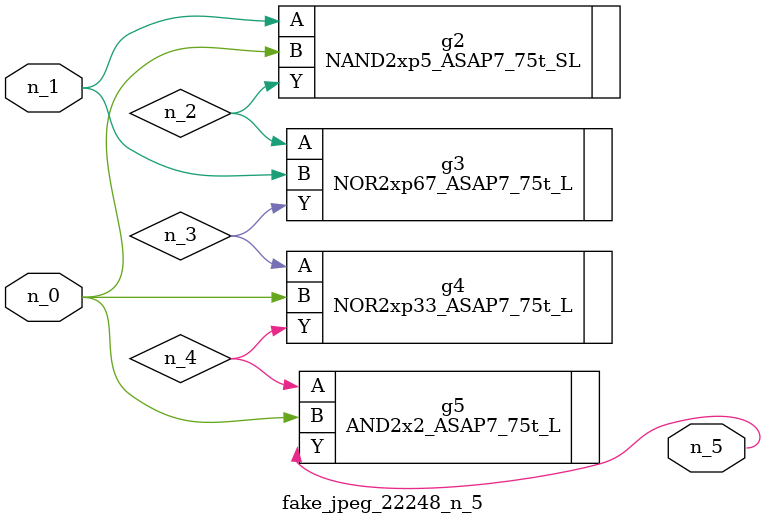
<source format=v>
module fake_jpeg_22248_n_5 (n_0, n_1, n_5);

input n_0;
input n_1;

output n_5;

wire n_3;
wire n_2;
wire n_4;

NAND2xp5_ASAP7_75t_SL g2 ( 
.A(n_1),
.B(n_0),
.Y(n_2)
);

NOR2xp67_ASAP7_75t_L g3 ( 
.A(n_2),
.B(n_1),
.Y(n_3)
);

NOR2xp33_ASAP7_75t_L g4 ( 
.A(n_3),
.B(n_0),
.Y(n_4)
);

AND2x2_ASAP7_75t_L g5 ( 
.A(n_4),
.B(n_0),
.Y(n_5)
);


endmodule
</source>
